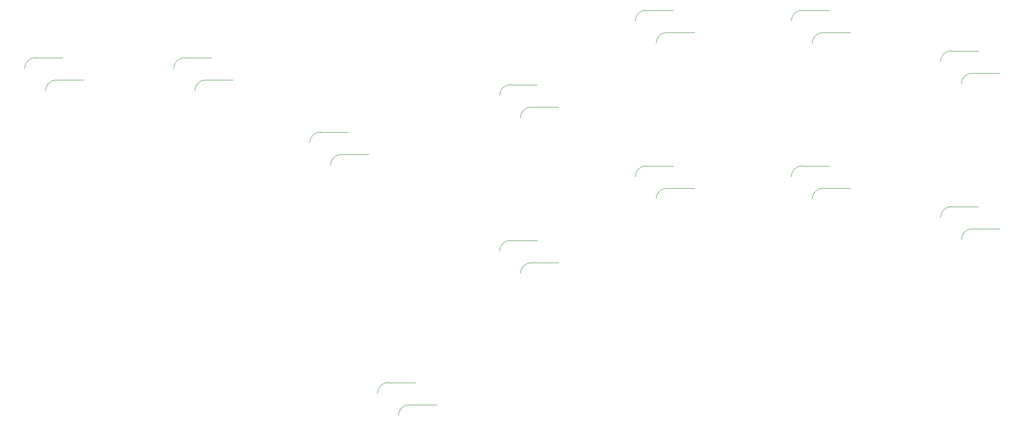
<source format=gbr>
%TF.GenerationSoftware,KiCad,Pcbnew,(6.0.4)*%
%TF.CreationDate,2022-07-03T17:31:01+01:00*%
%TF.ProjectId,MiniFighter Lite,4d696e69-4669-4676-9874-6572204c6974,rev?*%
%TF.SameCoordinates,Original*%
%TF.FileFunction,Legend,Bot*%
%TF.FilePolarity,Positive*%
%FSLAX46Y46*%
G04 Gerber Fmt 4.6, Leading zero omitted, Abs format (unit mm)*
G04 Created by KiCad (PCBNEW (6.0.4)) date 2022-07-03 17:31:01*
%MOMM*%
%LPD*%
G01*
G04 APERTURE LIST*
%ADD10C,0.120000*%
G04 APERTURE END LIST*
D10*
%TO.C,P3*%
X284190000Y-85810000D02*
X289290000Y-85810000D01*
X288090000Y-90010000D02*
X293190000Y-90010000D01*
X288090000Y-90010000D02*
G75*
G03*
X286090000Y-92010000I-1J-1999999D01*
G01*
X284190000Y-85810000D02*
G75*
G03*
X282190000Y-87810000I-1J-1999999D01*
G01*
%TO.C,K3*%
X284190000Y-115020000D02*
X289290000Y-115020000D01*
X288090000Y-119220000D02*
X293190000Y-119220000D01*
X284190000Y-115020000D02*
G75*
G03*
X282190000Y-117020000I-1J-1999999D01*
G01*
X288090000Y-119220000D02*
G75*
G03*
X286090000Y-121220000I-1J-1999999D01*
G01*
%TO.C,K2*%
X254980000Y-115020000D02*
X260080000Y-115020000D01*
X258880000Y-119220000D02*
X263980000Y-119220000D01*
X254980000Y-115020000D02*
G75*
G03*
X252980000Y-117020000I-1J-1999999D01*
G01*
X258880000Y-119220000D02*
G75*
G03*
X256880000Y-121220000I-1J-1999999D01*
G01*
%TO.C,DOWN1*%
X168620000Y-94700000D02*
X173720000Y-94700000D01*
X172520000Y-98900000D02*
X177620000Y-98900000D01*
X168620000Y-94700000D02*
G75*
G03*
X166620000Y-96700000I-1J-1999999D01*
G01*
X172520000Y-98900000D02*
G75*
G03*
X170520000Y-100900000I-1J-1999999D01*
G01*
%TO.C,RIGHT1*%
X194020000Y-108670000D02*
X199120000Y-108670000D01*
X197920000Y-112870000D02*
X203020000Y-112870000D01*
X194020000Y-108670000D02*
G75*
G03*
X192020000Y-110670000I-1J-1999999D01*
G01*
X197920000Y-112870000D02*
G75*
G03*
X195920000Y-114870000I-1J-1999999D01*
G01*
%TO.C,P4*%
X316030000Y-97630000D02*
X321130000Y-97630000D01*
X312130000Y-93430000D02*
X317230000Y-93430000D01*
X316030000Y-97630000D02*
G75*
G03*
X314030000Y-99630000I-1J-1999999D01*
G01*
X312130000Y-93430000D02*
G75*
G03*
X310130000Y-95430000I-1J-1999999D01*
G01*
%TO.C,K1*%
X229580000Y-128990000D02*
X234680000Y-128990000D01*
X233480000Y-133190000D02*
X238580000Y-133190000D01*
X233480000Y-133190000D02*
G75*
G03*
X231480000Y-135190000I-1J-1999999D01*
G01*
X229580000Y-128990000D02*
G75*
G03*
X227580000Y-130990000I-1J-1999999D01*
G01*
%TO.C,P2*%
X254980000Y-85810000D02*
X260080000Y-85810000D01*
X258880000Y-90010000D02*
X263980000Y-90010000D01*
X258880000Y-90010000D02*
G75*
G03*
X256880000Y-92010000I-1J-1999999D01*
G01*
X254980000Y-85810000D02*
G75*
G03*
X252980000Y-87810000I-1J-1999999D01*
G01*
%TO.C,LEFT1*%
X144580000Y-98900000D02*
X149680000Y-98900000D01*
X140680000Y-94700000D02*
X145780000Y-94700000D01*
X140680000Y-94700000D02*
G75*
G03*
X138680000Y-96700000I-1J-1999999D01*
G01*
X144580000Y-98900000D02*
G75*
G03*
X142580000Y-100900000I-1J-1999999D01*
G01*
%TO.C,P1*%
X233480000Y-103980000D02*
X238580000Y-103980000D01*
X229580000Y-99780000D02*
X234680000Y-99780000D01*
X233480000Y-103980000D02*
G75*
G03*
X231480000Y-105980000I-1J-1999999D01*
G01*
X229580000Y-99780000D02*
G75*
G03*
X227580000Y-101780000I-1J-1999999D01*
G01*
%TO.C,UP1*%
X210620000Y-159860000D02*
X215720000Y-159860000D01*
X206720000Y-155660000D02*
X211820000Y-155660000D01*
X210620000Y-159860000D02*
G75*
G03*
X208620000Y-161860000I-1J-1999999D01*
G01*
X206720000Y-155660000D02*
G75*
G03*
X204720000Y-157660000I-1J-1999999D01*
G01*
%TO.C,K4*%
X312130000Y-122640000D02*
X317230000Y-122640000D01*
X316030000Y-126840000D02*
X321130000Y-126840000D01*
X312130000Y-122640000D02*
G75*
G03*
X310130000Y-124640000I-1J-1999999D01*
G01*
X316030000Y-126840000D02*
G75*
G03*
X314030000Y-128840000I-1J-1999999D01*
G01*
%TD*%
M02*

</source>
